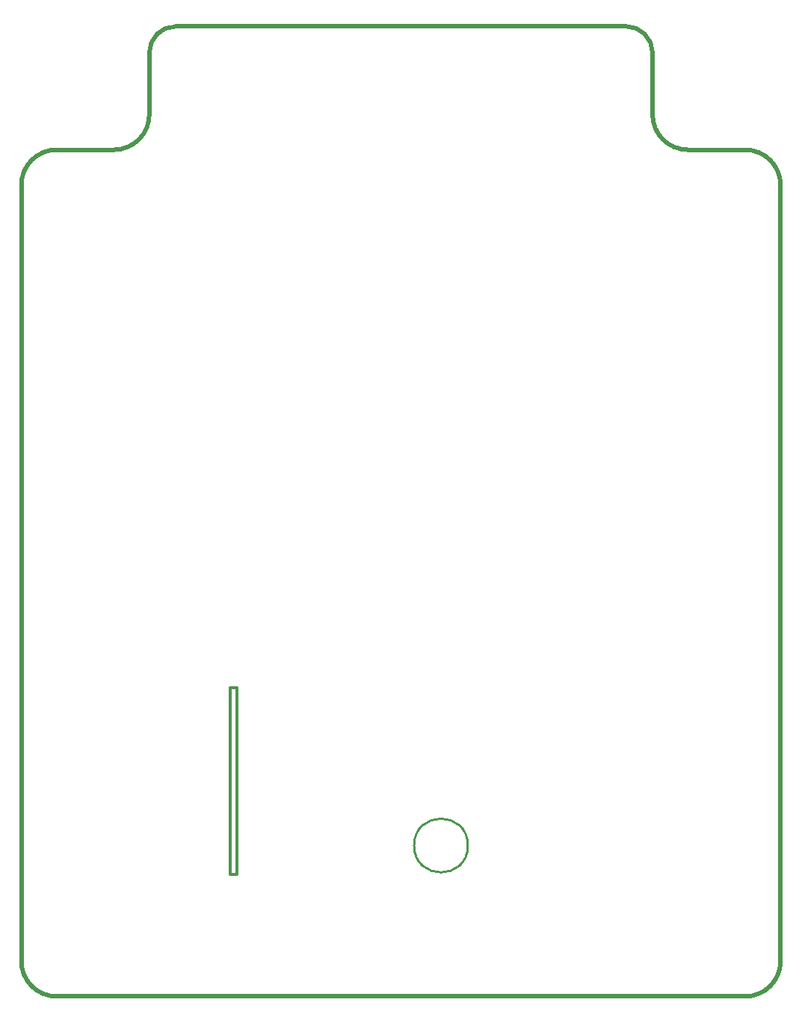
<source format=gm1>
G04*
G04 #@! TF.GenerationSoftware,Altium Limited,Altium Designer,20.0.13 (296)*
G04*
G04 Layer_Color=16711935*
%FSTAX24Y24*%
%MOIN*%
G70*
G01*
G75*
%ADD14C,0.0100*%
%ADD104C,0.0197*%
%ADD140C,0.0118*%
D14*
X02555Y01975D02*
G03*
X02555Y01975I-0012J0D01*
G01*
D104*
X007209Y050809D02*
G03*
X005634Y049234I0J-001575D01*
G01*
X009768Y050809D02*
G03*
X011343Y052384I0J001575D01*
G01*
X012524Y056321D02*
G03*
X011343Y05514I0J-001181D01*
G01*
X033784D02*
G03*
X032603Y056321I-001181J0D01*
G01*
X033784Y052384D02*
G03*
X035359Y050809I001575J0D01*
G01*
X039492Y049234D02*
G03*
X037918Y050809I-001575J0D01*
G01*
Y013014D02*
G03*
X039492Y014589I0J001575D01*
G01*
X005634D02*
G03*
X007209Y013014I001575J0D01*
G01*
Y050809D02*
X009768D01*
X011343Y052384D02*
Y05514D01*
X012524Y056321D02*
X032603D01*
X033784Y052384D02*
Y05514D01*
X035359Y050809D02*
X037918D01*
X039492Y014589D02*
Y049234D01*
X007209Y013014D02*
X037918D01*
X005634Y014589D02*
Y049234D01*
D140*
X037918Y013014D02*
G03*
X039492Y014589I0J001575D01*
G01*
Y049234D02*
G03*
X037918Y050809I-001575J0D01*
G01*
X033784Y052384D02*
G03*
X035359Y050809I001575J0D01*
G01*
X033784Y05514D02*
G03*
X032603Y056321I-001181J0D01*
G01*
X012524D02*
G03*
X011343Y05514I0J-001181D01*
G01*
X009768Y050809D02*
G03*
X011343Y052384I0J001575D01*
G01*
X007209Y050809D02*
G03*
X005634Y049234I0J-001575D01*
G01*
Y014589D02*
G03*
X007209Y013014I001575J0D01*
G01*
X01495Y0268D02*
X01525D01*
Y01845D02*
Y0268D01*
X01495Y01845D02*
X01525D01*
X01495D02*
Y0268D01*
X007209Y013014D02*
X037918D01*
X039492Y014589D02*
Y049234D01*
X035359Y050809D02*
X037918D01*
X033784Y052384D02*
Y05514D01*
X012524Y056321D02*
X032603D01*
X011343Y05514D02*
X011343D01*
X011343Y052384D02*
Y05514D01*
X007209Y050809D02*
X009768D01*
X005634Y014589D02*
Y049234D01*
M02*

</source>
